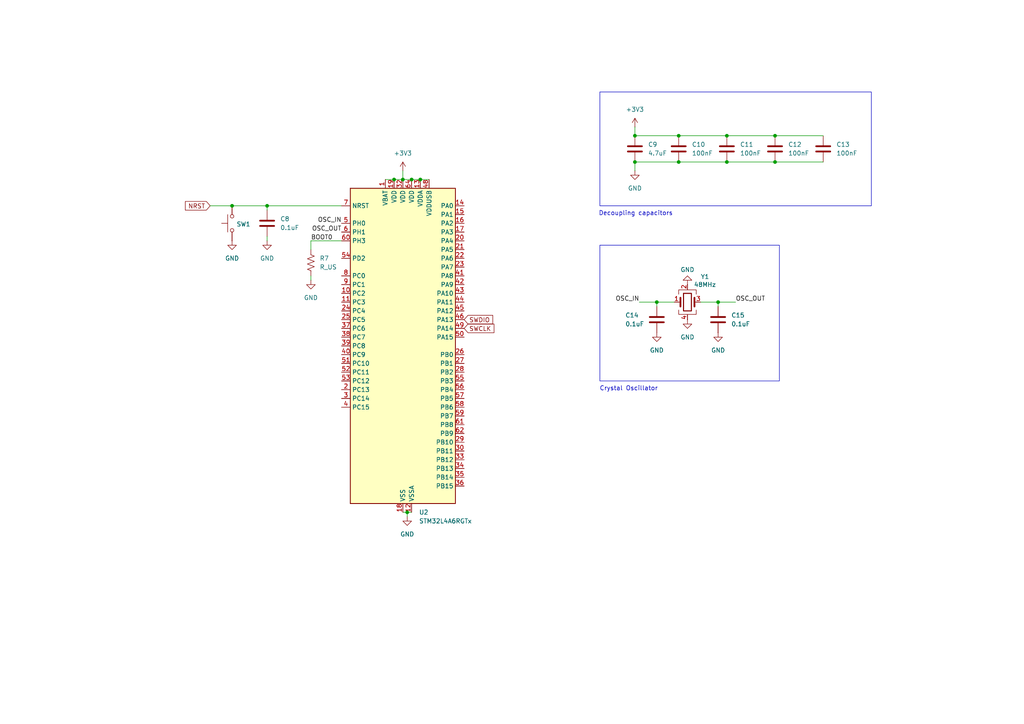
<source format=kicad_sch>
(kicad_sch (version 20250114) (generator "eeschema") (generator_version "9.0")
  (paper "A4")
  (title_block (title "Main processor") (date "2025-08-03") (rev "1.0") (company "MRtecno98"))
  (lib_symbols
    (symbol "Device:C" (pin_numbers (hide yes)) (pin_names (offset 0.254))
      (property "Reference" "C" (at 0.635 2.54 0))
      (property "Value" "C" (at 0.635 -2.54 0))
      (symbol "C_0_1"
        (polyline (pts (xy -2.032 0.762) (xy 2.032 0.762)) (stroke (width 0.508)))
        (polyline (pts (xy -2.032 -0.762) (xy 2.032 -0.762)) (stroke (width 0.508)))
      )
      (symbol "C_1_1"
        (pin passive line (at 0 3.81 270) (length 2.794) (name "~") (number "1"))
        (pin passive line (at 0 -3.81 90) (length 2.794) (name "~") (number "2"))
      )
    )
    (symbol "Device:Crystal_GND24" (pin_names (offset 1.016) (hide yes))
      (property "Reference" "Y" (at 3.175 5.08 0))
      (property "Value" "Crystal_GND24" (at 3.175 3.175 0))
      (symbol "Crystal_GND24_0_1"
        (polyline (pts (xy -2.54 2.286) (xy -2.54 3.556) (xy 2.54 3.556) (xy 2.54 2.286)))
        (polyline (pts (xy -2.54 0) (xy -2.032 0)))
        (polyline (pts (xy -2.54 -2.286) (xy -2.54 -3.556) (xy 2.54 -3.556) (xy 2.54 -2.286)))
        (polyline (pts (xy -2.032 -1.27) (xy -2.032 1.27)) (stroke (width 0.508)))
        (rectangle (start -1.143 2.54) (end 1.143 -2.54) (stroke (width 0.3048)))
        (polyline (pts (xy 0 3.556) (xy 0 3.81)))
        (polyline (pts (xy 0 -3.81) (xy 0 -3.556)))
        (polyline (pts (xy 2.032 0) (xy 2.54 0)))
        (polyline (pts (xy 2.032 -1.27) (xy 2.032 1.27)) (stroke (width 0.508)))
      )
      (symbol "Crystal_GND24_1_1"
        (pin passive line (at -3.81 0 0) (length 1.27) (name "1") (number "1"))
        (pin passive line (at 0 5.08 270) (length 1.27) (name "2") (number "2"))
        (pin passive line (at 0 -5.08 90) (length 1.27) (name "4") (number "4"))
        (pin passive line (at 3.81 0 180) (length 1.27) (name "3") (number "3"))
      )
    )
    (symbol "Device:R_US" (pin_numbers (hide yes)) (pin_names (offset 0))
      (property "Reference" "R" (at 2.54 0 90))
      (property "Value" "R_US" (at -2.54 0 90))
      (symbol "R_US_0_1"
        (polyline (pts (xy 0 2.286) (xy 0 2.54)))
        (polyline (pts (xy 0 2.286) (xy 1.016 1.905) (xy 0 1.524) (xy -1.016 1.143) (xy 0 0.762)))
        (polyline (pts (xy 0 0.762) (xy 1.016 0.381) (xy 0 0) (xy -1.016 -0.381) (xy 0 -0.762)))
        (polyline (pts (xy 0 -0.762) (xy 1.016 -1.143) (xy 0 -1.524) (xy -1.016 -1.905) (xy 0 -2.286)))
        (polyline (pts (xy 0 -2.286) (xy 0 -2.54)))
      )
      (symbol "R_US_1_1"
        (pin passive line (at 0 3.81 270) (length 1.27) (name "~") (number "1"))
        (pin passive line (at 0 -3.81 90) (length 1.27) (name "~") (number "2"))
      )
    )
    (symbol "MCU_ST_STM32L4:STM32L4A6RGTx"
      (property "Reference" "U" (at -15.24 46.99 0))
      (property "Value" "STM32L4A6RGTx" (at 10.16 46.99 0))
      (symbol "STM32L4A6RGTx_0_1"
        (rectangle (start -15.24 -45.72) (end 15.24 45.72) (stroke (width 0.254)) (fill (type background)))
      )
      (symbol "STM32L4A6RGTx_1_1"
        (pin input line (at -17.78 40.64 0) (length 2.54) (name "NRST") (number "7"))
        (pin bidirectional line (at -17.78 35.56 0) (length 2.54) (name "PH0") (number "5"))
        (pin bidirectional line (at -17.78 33.02 0) (length 2.54) (name "PH1") (number "6"))
        (pin bidirectional line (at -17.78 30.48 0) (length 2.54) (name "PH3") (number "60"))
        (pin bidirectional line (at -17.78 25.4 0) (length 2.54) (name "PD2") (number "54"))
        (pin bidirectional line (at -17.78 20.32 0) (length 2.54) (name "PC0") (number "8"))
        (pin bidirectional line (at -17.78 17.78 0) (length 2.54) (name "PC1") (number "9"))
        (pin bidirectional line (at -17.78 15.24 0) (length 2.54) (name "PC2") (number "10"))
        (pin bidirectional line (at -17.78 12.7 0) (length 2.54) (name "PC3") (number "11"))
        (pin bidirectional line (at -17.78 10.16 0) (length 2.54) (name "PC4") (number "24"))
        (pin bidirectional line (at -17.78 7.62 0) (length 2.54) (name "PC5") (number "25"))
        (pin bidirectional line (at -17.78 5.08 0) (length 2.54) (name "PC6") (number "37"))
        (pin bidirectional line (at -17.78 2.54 0) (length 2.54) (name "PC7") (number "38"))
        (pin bidirectional line (at -17.78 0 0) (length 2.54) (name "PC8") (number "39"))
        (pin bidirectional line (at -17.78 -2.54 0) (length 2.54) (name "PC9") (number "40"))
        (pin bidirectional line (at -17.78 -5.08 0) (length 2.54) (name "PC10") (number "51"))
        (pin bidirectional line (at -17.78 -7.62 0) (length 2.54) (name "PC11") (number "52"))
        (pin bidirectional line (at -17.78 -10.16 0) (length 2.54) (name "PC12") (number "53"))
        (pin bidirectional line (at -17.78 -12.7 0) (length 2.54) (name "PC13") (number "2"))
        (pin bidirectional line (at -17.78 -15.24 0) (length 2.54) (name "PC14") (number "3"))
        (pin bidirectional line (at -17.78 -17.78 0) (length 2.54) (name "PC15") (number "4"))
        (pin power_in line (at -5.08 48.26 270) (length 2.54) (name "VBAT") (number "1"))
        (pin power_in line (at -2.54 48.26 270) (length 2.54) (name "VDD") (number "19"))
        (pin power_in line (at 0 48.26 270) (length 2.54) (name "VDD") (number "32"))
        (pin power_in line (at 0 -48.26 90) (length 2.54) (name "VSS") (number "18"))
        (pin passive line (at 0 -48.26 90) (length 2.54) (hide yes) (name "VSS") (number "31"))
        (pin passive line (at 0 -48.26 90) (length 2.54) (hide yes) (name "VSS") (number "47"))
        (pin passive line (at 0 -48.26 90) (length 2.54) (hide yes) (name "VSS") (number "63"))
        (pin power_in line (at 2.54 48.26 270) (length 2.54) (name "VDD") (number "64"))
        (pin power_in line (at 2.54 -48.26 90) (length 2.54) (name "VSSA") (number "12"))
        (pin power_in line (at 5.08 48.26 270) (length 2.54) (name "VDDA") (number "13"))
        (pin power_in line (at 7.62 48.26 270) (length 2.54) (name "VDDUSB") (number "48"))
        (pin bidirectional line (at 17.78 40.64 180) (length 2.54) (name "PA0") (number "14"))
        (pin bidirectional line (at 17.78 38.1 180) (length 2.54) (name "PA1") (number "15"))
        (pin bidirectional line (at 17.78 35.56 180) (length 2.54) (name "PA2") (number "16"))
        (pin bidirectional line (at 17.78 33.02 180) (length 2.54) (name "PA3") (number "17"))
        (pin bidirectional line (at 17.78 30.48 180) (length 2.54) (name "PA4") (number "20"))
        (pin bidirectional line (at 17.78 27.94 180) (length 2.54) (name "PA5") (number "21"))
        (pin bidirectional line (at 17.78 25.4 180) (length 2.54) (name "PA6") (number "22"))
        (pin bidirectional line (at 17.78 22.86 180) (length 2.54) (name "PA7") (number "23"))
        (pin bidirectional line (at 17.78 20.32 180) (length 2.54) (name "PA8") (number "41"))
        (pin bidirectional line (at 17.78 17.78 180) (length 2.54) (name "PA9") (number "42"))
        (pin bidirectional line (at 17.78 15.24 180) (length 2.54) (name "PA10") (number "43"))
        (pin bidirectional line (at 17.78 12.7 180) (length 2.54) (name "PA11") (number "44"))
        (pin bidirectional line (at 17.78 10.16 180) (length 2.54) (name "PA12") (number "45"))
        (pin bidirectional line (at 17.78 7.62 180) (length 2.54) (name "PA13") (number "46"))
        (pin bidirectional line (at 17.78 5.08 180) (length 2.54) (name "PA14") (number "49"))
        (pin bidirectional line (at 17.78 2.54 180) (length 2.54) (name "PA15") (number "50"))
        (pin bidirectional line (at 17.78 -2.54 180) (length 2.54) (name "PB0") (number "26"))
        (pin bidirectional line (at 17.78 -5.08 180) (length 2.54) (name "PB1") (number "27"))
        (pin bidirectional line (at 17.78 -7.62 180) (length 2.54) (name "PB2") (number "28"))
        (pin bidirectional line (at 17.78 -10.16 180) (length 2.54) (name "PB3") (number "55"))
        (pin bidirectional line (at 17.78 -12.7 180) (length 2.54) (name "PB4") (number "56"))
        (pin bidirectional line (at 17.78 -15.24 180) (length 2.54) (name "PB5") (number "57"))
        (pin bidirectional line (at 17.78 -17.78 180) (length 2.54) (name "PB6") (number "58"))
        (pin bidirectional line (at 17.78 -20.32 180) (length 2.54) (name "PB7") (number "59"))
        (pin bidirectional line (at 17.78 -22.86 180) (length 2.54) (name "PB8") (number "61"))
        (pin bidirectional line (at 17.78 -25.4 180) (length 2.54) (name "PB9") (number "62"))
        (pin bidirectional line (at 17.78 -27.94 180) (length 2.54) (name "PB10") (number "29"))
        (pin bidirectional line (at 17.78 -30.48 180) (length 2.54) (name "PB11") (number "30"))
        (pin bidirectional line (at 17.78 -33.02 180) (length 2.54) (name "PB12") (number "33"))
        (pin bidirectional line (at 17.78 -35.56 180) (length 2.54) (name "PB13") (number "34"))
        (pin bidirectional line (at 17.78 -38.1 180) (length 2.54) (name "PB14") (number "35"))
        (pin bidirectional line (at 17.78 -40.64 180) (length 2.54) (name "PB15") (number "36"))
      )
    )
    (symbol "Switch:SW_Push" (pin_numbers (hide yes)) (pin_names (offset 1.016) (hide yes))
      (property "Reference" "SW" (at 1.27 2.54 0))
      (property "Value" "SW_Push" (at 0 -1.524 0))
      (symbol "SW_Push_0_1"
        (circle (center -2.032 0) (radius 0.508))
        (polyline (pts (xy 0 1.27) (xy 0 3.048)))
        (circle (center 2.032 0) (radius 0.508))
        (polyline (pts (xy 2.54 1.27) (xy -2.54 1.27)))
        (pin passive line (at -5.08 0 0) (length 2.54) (name "1") (number "1"))
        (pin passive line (at 5.08 0 180) (length 2.54) (name "2") (number "2"))
      )
    )
    (symbol "power:+3V3" (power) (pin_numbers (hide yes)) (pin_names (offset 0) (hide yes))
      (property "Value" "+3V3" (at 0 3.556 0))
      (symbol "+3V3_0_1"
        (polyline (pts (xy -0.762 1.27) (xy 0 2.54)))
        (polyline (pts (xy 0 2.54) (xy 0.762 1.27)))
        (polyline (pts (xy 0 0) (xy 0 2.54)))
      )
      (symbol "+3V3_1_1"
        (pin power_in line (at 0 0 90) (length 0) (name "~") (number "1"))
      )
    )
    (symbol "power:GND" (power) (pin_numbers (hide yes)) (pin_names (offset 0) (hide yes))
      (property "Value" "GND" (at 0 -3.81 0))
      (symbol "GND_0_1"
        (polyline (pts (xy 0 0) (xy 0 -1.27) (xy 1.27 -1.27) (xy 0 -2.54) (xy -1.27 -1.27) (xy 0 -1.27)))
      )
      (symbol "GND_1_1"
        (pin power_in line (at 0 0 270) (length 0) (name "~") (number "1"))
      )
    )
  )
  (rectangle (start 173.99 71.12) (end 226.06 110.49))
  (rectangle (start 173.99 26.67) (end 252.73 59.69))
  (text "Crystal Oscillator" (at 182.372 112.776 0) (effects (font (size 1.27 1.27))))
  (text "Decoupling capacitors" (at 184.404 61.976 0) (effects (font (size 1.27 1.27))))
  (junction (at 210.82 39.37))
  (junction (at 119.38 52.07))
  (junction (at 67.31 59.69))
  (junction (at 184.15 46.99))
  (junction (at 196.85 39.37))
  (junction (at 118.11 148.59))
  (junction (at 196.85 46.99))
  (junction (at 224.79 46.99))
  (junction (at 77.47 59.69))
  (junction (at 190.5 87.63))
  (junction (at 121.92 52.07))
  (junction (at 114.3 52.07))
  (junction (at 224.79 39.37))
  (junction (at 184.15 39.37))
  (junction (at 208.28 87.63))
  (junction (at 116.84 52.07))
  (junction (at 210.82 46.99))
  (wire (pts (xy 196.85 39.37) (xy 210.82 39.37)))
  (wire (pts (xy 210.82 39.37) (xy 224.79 39.37)))
  (wire (pts (xy 190.5 88.9) (xy 190.5 87.63)))
  (wire (pts (xy 208.28 88.9) (xy 208.28 87.63)))
  (wire (pts (xy 184.15 36.83) (xy 184.15 39.37)))
  (wire (pts (xy 119.38 52.07) (xy 121.92 52.07)))
  (wire (pts (xy 185.42 87.63) (xy 190.5 87.63)))
  (wire (pts (xy 213.36 87.63) (xy 208.28 87.63)))
  (wire (pts (xy 77.47 59.69) (xy 99.06 59.69)))
  (wire (pts (xy 224.79 39.37) (xy 238.76 39.37)))
  (wire (pts (xy 118.11 148.59) (xy 119.38 148.59)))
  (wire (pts (xy 184.15 46.99) (xy 184.15 49.53)))
  (wire (pts (xy 111.76 52.07) (xy 114.3 52.07)))
  (wire (pts (xy 67.31 59.69) (xy 77.47 59.69)))
  (wire (pts (xy 114.3 52.07) (xy 116.84 52.07)))
  (wire (pts (xy 121.92 52.07) (xy 124.46 52.07)))
  (wire (pts (xy 116.84 148.59) (xy 118.11 148.59)))
  (wire (pts (xy 90.17 80.01) (xy 90.17 81.28)))
  (wire (pts (xy 77.47 60.96) (xy 77.47 59.69)))
  (wire (pts (xy 184.15 46.99) (xy 196.85 46.99)))
  (wire (pts (xy 196.85 46.99) (xy 210.82 46.99)))
  (wire (pts (xy 203.2 87.63) (xy 208.28 87.63)))
  (wire (pts (xy 224.79 46.99) (xy 238.76 46.99)))
  (wire (pts (xy 60.96 59.69) (xy 67.31 59.69)))
  (wire (pts (xy 184.15 39.37) (xy 196.85 39.37)))
  (wire (pts (xy 118.11 148.59) (xy 118.11 149.86)))
  (wire (pts (xy 210.82 46.99) (xy 224.79 46.99)))
  (wire (pts (xy 116.84 49.53) (xy 116.84 52.07)))
  (wire (pts (xy 116.84 52.07) (xy 119.38 52.07)))
  (wire (pts (xy 190.5 87.63) (xy 195.58 87.63)))
  (wire (pts (xy 99.06 69.85) (xy 90.17 69.85)))
  (wire (pts (xy 77.47 69.85) (xy 77.47 68.58)))
  (wire (pts (xy 90.17 69.85) (xy 90.17 72.39)))
  (label "BOOT0" (at 90.17 69.85 0))
  (label "OSC_IN" (at 185.42 87.63 180))
  (label "OSC_OUT" (at 99.06 67.31 180))
  (label "OSC_OUT" (at 213.36 87.63 0))
  (label "OSC_IN" (at 99.06 64.77 180))
  (global_label "SWDIO" (shape input) (at 134.62 92.71 0) (property "Intersheetrefs" "${INTERSHEET_REFS}" (effects (hide yes))))
  (global_label "NRST" (shape input) (at 60.96 59.69 180) (property "Intersheetrefs" "${INTERSHEET_REFS}" (effects (hide yes))))
  (global_label "SWCLK" (shape input) (at 134.62 95.25 0) (property "Intersheetrefs" "${INTERSHEET_REFS}" (effects (hide yes))))
  (symbol (lib_id "power:GND") (at 77.47 69.85 0) (unit 1)
    (property "Reference" "#PWR015" (effects (hide yes)))
    (property "Value" "GND" (at 77.47 74.93 0))
    (property "Description" "Power symbol creates a global label with name \"GND\" , ground" (effects (hide yes)))
  )
  (symbol (lib_id "power:GND") (at 199.39 92.71 0) (unit 1)
    (property "Reference" "#PWR024" (effects (hide yes)))
    (property "Value" "GND" (at 199.39 97.79 0))
    (property "Description" "Power symbol creates a global label with name \"GND\" , ground" (effects (hide yes)))
  )
  (symbol (lib_id "power:GND") (at 190.5 96.52 0) (unit 1)
    (property "Reference" "#PWR022" (effects (hide yes)))
    (property "Value" "GND" (at 190.5 101.6 0))
    (property "Description" "Power symbol creates a global label with name \"GND\" , ground" (effects (hide yes)))
  )
  (symbol (lib_id "Device:R_US") (at 90.17 76.2 0) (unit 1)
    (property "Reference" "R7" (at 92.71 74.9299 0) (effects (justify left)))
    (property "Value" "R_US" (at 92.71 77.4699 0) (effects (justify left)))
    (property "Footprint" "Resistor_SMD:R_0603_1608Metric_Pad0.98x0.95mm_HandSolder" (effects (hide yes)))
    (property "Description" "Resistor, US symbol" (effects (hide yes)))
  )
  (symbol (lib_id "power:GND") (at 208.28 96.52 0) (unit 1)
    (property "Reference" "#PWR023" (effects (hide yes)))
    (property "Value" "GND" (at 208.28 101.6 0))
    (property "Description" "Power symbol creates a global label with name \"GND\" , ground" (effects (hide yes)))
  )
  (symbol (lib_id "power:GND") (at 67.31 69.85 0) (unit 1)
    (property "Reference" "#PWR016" (effects (hide yes)))
    (property "Value" "GND" (at 67.31 74.93 0))
    (property "Description" "Power symbol creates a global label with name \"GND\" , ground" (effects (hide yes)))
  )
  (symbol (lib_id "Device:C") (at 196.85 43.18 0) (unit 1)
    (property "Reference" "C10" (at 200.66 41.9099 0) (effects (justify left)))
    (property "Value" "100nF" (at 200.66 44.4499 0) (effects (justify left)))
    (property "Footprint" "Capacitor_SMD:C_0603_1608Metric_Pad1.08x0.95mm_HandSolder" (effects (hide yes)))
    (property "Description" "Unpolarized capacitor" (effects (hide yes)))
  )
  (symbol (lib_id "power:GND") (at 199.39 82.55 180) (unit 1)
    (property "Reference" "#PWR025" (effects (hide yes)))
    (property "Value" "GND" (at 199.39 78.232 0))
    (property "Description" "Power symbol creates a global label with name \"GND\" , ground" (effects (hide yes)))
  )
  (symbol (lib_id "MCU_ST_STM32L4:STM32L4A6RGTx") (at 116.84 100.33 0) (unit 1)
    (property "Reference" "U2" (at 121.5233 148.59 0) (effects (justify left)))
    (property "Value" "STM32L4A6RGTx" (at 121.5233 151.13 0) (effects (justify left)))
    (property "Footprint" "Package_QFP:LQFP-64_10x10mm_P0.5mm" (effects (hide yes)))
    (property "Datasheet" "https://www.st.com/resource/en/datasheet/stm32l4a6rg.pdf" (effects (hide yes)))
    (property "Description" "STMicroelectronics Arm Cortex-M4 MCU, 1024KB flash, 320KB RAM, 80 MHz, 1.71-3.6V, 52 GPIO, LQFP64" (effects (hide yes)))
  )
  (symbol (lib_id "Device:C") (at 190.5 92.71 0) (unit 1)
    (property "Reference" "C14" (at 181.356 91.44 0) (effects (justify left)))
    (property "Value" "0.1uF" (at 181.356 93.98 0) (effects (justify left)))
    (property "Footprint" "Capacitor_SMD:C_0603_1608Metric_Pad1.08x0.95mm_HandSolder" (effects (hide yes)))
    (property "Description" "Unpolarized capacitor" (effects (hide yes)))
  )
  (symbol (lib_id "Device:C") (at 238.76 43.18 0) (unit 1)
    (property "Reference" "C13" (at 242.57 41.9099 0) (effects (justify left)))
    (property "Value" "100nF" (at 242.57 44.4499 0) (effects (justify left)))
    (property "Footprint" "Capacitor_SMD:C_0603_1608Metric_Pad1.08x0.95mm_HandSolder" (effects (hide yes)))
    (property "Description" "Unpolarized capacitor" (effects (hide yes)))
  )
  (symbol (lib_id "power:+3V3") (at 184.15 36.83 0) (unit 1)
    (property "Reference" "#PWR019" (effects (hide yes)))
    (property "Value" "+3V3" (at 184.15 31.75 0))
    (property "Description" "Power symbol creates a global label with name \"+3V3\"" (effects (hide yes)))
  )
  (symbol (lib_id "Switch:SW_Push") (at 67.31 64.77 90) (unit 1)
    (property "Reference" "SW1" (at 68.58 65.024 90) (effects (justify right)))
    (property "Value" "SW_Push" (effects (hide yes)))
    (property "Footprint" "Button_Switch_THT:SW_PUSH_6mm_H5mm" (effects (hide yes)))
    (property "Description" "Push button switch, generic, two pins" (effects (hide yes)))
  )
  (symbol (lib_id "power:GND") (at 184.15 49.53 0) (unit 1)
    (property "Reference" "#PWR020" (effects (hide yes)))
    (property "Value" "GND" (at 184.15 54.61 0))
    (property "Description" "Power symbol creates a global label with name \"GND\" , ground" (effects (hide yes)))
  )
  (symbol (lib_id "power:GND") (at 118.11 149.86 0) (unit 1)
    (property "Reference" "#PWR014" (effects (hide yes)))
    (property "Value" "GND" (at 118.11 154.94 0))
    (property "Description" "Power symbol creates a global label with name \"GND\" , ground" (effects (hide yes)))
  )
  (symbol (lib_id "Device:C") (at 224.79 43.18 0) (unit 1)
    (property "Reference" "C12" (at 228.6 41.9099 0) (effects (justify left)))
    (property "Value" "100nF" (at 228.6 44.4499 0) (effects (justify left)))
    (property "Footprint" "Capacitor_SMD:C_0603_1608Metric_Pad1.08x0.95mm_HandSolder" (effects (hide yes)))
    (property "Description" "Unpolarized capacitor" (effects (hide yes)))
  )
  (symbol (lib_id "Device:C") (at 210.82 43.18 0) (unit 1)
    (property "Reference" "C11" (at 214.63 41.9099 0) (effects (justify left)))
    (property "Value" "100nF" (at 214.63 44.4499 0) (effects (justify left)))
    (property "Footprint" "Capacitor_SMD:C_0603_1608Metric_Pad1.08x0.95mm_HandSolder" (effects (hide yes)))
    (property "Description" "Unpolarized capacitor" (effects (hide yes)))
  )
  (symbol (lib_id "Device:C") (at 77.47 64.77 0) (unit 1)
    (property "Reference" "C8" (at 81.28 63.4999 0) (effects (justify left)))
    (property "Value" "0.1uF" (at 81.28 66.0399 0) (effects (justify left)))
    (property "Footprint" "Capacitor_SMD:C_0603_1608Metric_Pad1.08x0.95mm_HandSolder" (effects (hide yes)))
    (property "Description" "Unpolarized capacitor" (effects (hide yes)))
  )
  (symbol (lib_id "power:+3V3") (at 116.84 49.53 0) (unit 1)
    (property "Reference" "#PWR013" (effects (hide yes)))
    (property "Value" "+3V3" (at 116.84 44.45 0))
    (property "Description" "Power symbol creates a global label with name \"+3V3\"" (effects (hide yes)))
  )
  (symbol (lib_id "Device:C") (at 208.28 92.71 0) (unit 1)
    (property "Reference" "C15" (at 212.09 91.4399 0) (effects (justify left)))
    (property "Value" "0.1uF" (at 212.09 93.9799 0) (effects (justify left)))
    (property "Footprint" "Capacitor_SMD:C_0603_1608Metric_Pad1.08x0.95mm_HandSolder" (effects (hide yes)))
    (property "Description" "Unpolarized capacitor" (effects (hide yes)))
  )
  (symbol (lib_id "Device:C") (at 184.15 43.18 0) (unit 1)
    (property "Reference" "C9" (at 187.96 41.9099 0) (effects (justify left)))
    (property "Value" "4.7uF" (at 187.96 44.4499 0) (effects (justify left)))
    (property "Footprint" "Capacitor_SMD:C_0603_1608Metric_Pad1.08x0.95mm_HandSolder" (effects (hide yes)))
    (property "Description" "Unpolarized capacitor" (effects (hide yes)))
  )
  (symbol (lib_id "Device:Crystal_GND24") (at 199.39 87.63 0) (unit 1)
    (property "Reference" "Y1" (at 204.47 80.264 0))
    (property "Value" "48MHz" (at 204.47 82.55 0))
    (property "Footprint" "Crystal:Crystal_SMD_2016-4Pin_2.0x1.6mm" (effects (hide yes)))
    (property "Description" "Four pin crystal, GND on pins 2 and 4" (effects (hide yes)))
  )
  (symbol (lib_id "power:GND") (at 90.17 81.28 0) (unit 1)
    (property "Reference" "#PWR021" (effects (hide yes)))
    (property "Value" "GND" (at 90.17 86.36 0))
    (property "Description" "Power symbol creates a global label with name \"GND\" , ground" (effects (hide yes)))
  )
)
</source>
